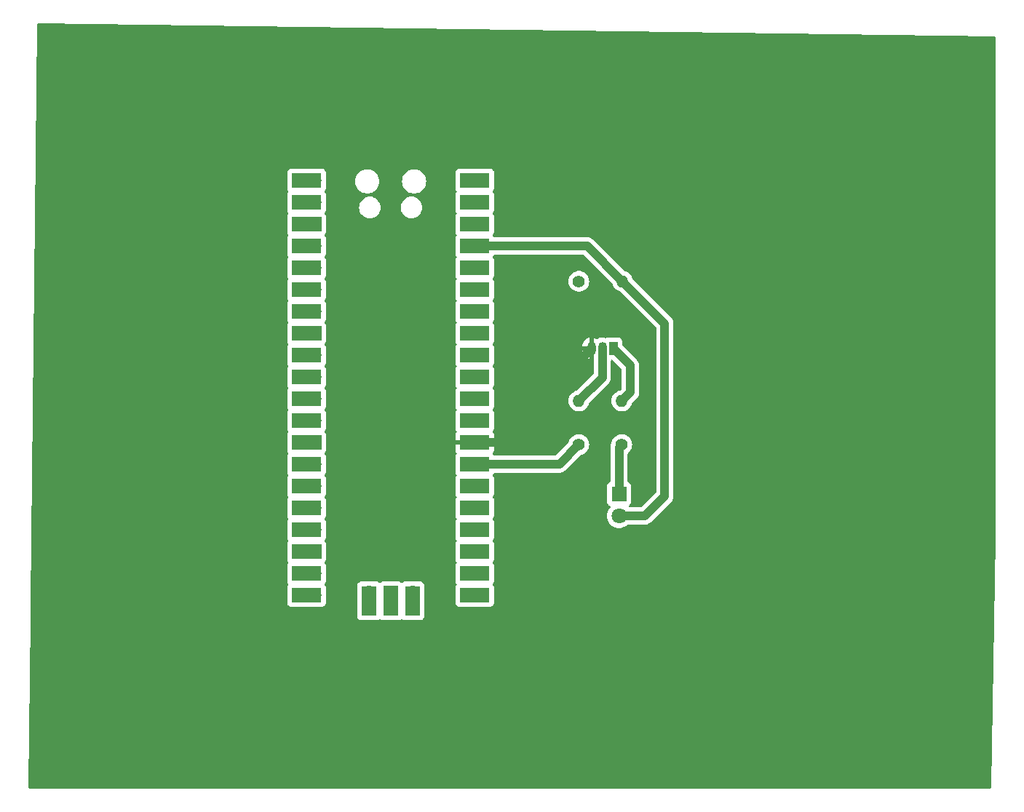
<source format=gbr>
%TF.GenerationSoftware,KiCad,Pcbnew,8.0.0*%
%TF.CreationDate,2024-03-28T10:41:24-03:00*%
%TF.ProjectId,ponderada_sem6_kicad,706f6e64-6572-4616-9461-5f73656d365f,rev?*%
%TF.SameCoordinates,Original*%
%TF.FileFunction,Copper,L1,Top*%
%TF.FilePolarity,Positive*%
%FSLAX46Y46*%
G04 Gerber Fmt 4.6, Leading zero omitted, Abs format (unit mm)*
G04 Created by KiCad (PCBNEW 8.0.0) date 2024-03-28 10:41:24*
%MOMM*%
%LPD*%
G01*
G04 APERTURE LIST*
%TA.AperFunction,ComponentPad*%
%ADD10O,1.700000X1.700000*%
%TD*%
%TA.AperFunction,SMDPad,CuDef*%
%ADD11R,3.500000X1.700000*%
%TD*%
%TA.AperFunction,ComponentPad*%
%ADD12R,1.700000X1.700000*%
%TD*%
%TA.AperFunction,SMDPad,CuDef*%
%ADD13R,1.700000X3.500000*%
%TD*%
%TA.AperFunction,ComponentPad*%
%ADD14O,1.400000X1.400000*%
%TD*%
%TA.AperFunction,ComponentPad*%
%ADD15C,1.400000*%
%TD*%
%TA.AperFunction,ComponentPad*%
%ADD16C,1.800000*%
%TD*%
%TA.AperFunction,ComponentPad*%
%ADD17R,1.800000X1.800000*%
%TD*%
%TA.AperFunction,ComponentPad*%
%ADD18O,1.050000X1.500000*%
%TD*%
%TA.AperFunction,ComponentPad*%
%ADD19R,1.050000X1.500000*%
%TD*%
%TA.AperFunction,Conductor*%
%ADD20C,1.000000*%
%TD*%
%TA.AperFunction,Conductor*%
%ADD21C,0.200000*%
%TD*%
G04 APERTURE END LIST*
D10*
%TO.P,U1,1,GPIO0*%
%TO.N,unconnected-(U1-GPIO0-Pad1)*%
X107220000Y-84240000D03*
D11*
X106320000Y-84240000D03*
D10*
%TO.P,U1,2,GPIO1*%
%TO.N,unconnected-(U1-GPIO1-Pad2)*%
X107220000Y-86780000D03*
D11*
X106320000Y-86780000D03*
%TO.P,U1,3,GND*%
%TO.N,unconnected-(U1-GND-Pad3)*%
X106320000Y-89320000D03*
D12*
X107220000Y-89320000D03*
D10*
%TO.P,U1,4,GPIO2*%
%TO.N,unconnected-(U1-GPIO2-Pad4)*%
X107220000Y-91860000D03*
D11*
X106320000Y-91860000D03*
D10*
%TO.P,U1,5,GPIO3*%
%TO.N,unconnected-(U1-GPIO3-Pad5)*%
X107220000Y-94400000D03*
D11*
X106320000Y-94400000D03*
D10*
%TO.P,U1,6,GPIO4*%
%TO.N,unconnected-(U1-GPIO4-Pad6)*%
X107220000Y-96940000D03*
D11*
X106320000Y-96940000D03*
%TO.P,U1,7,GPIO5*%
%TO.N,unconnected-(U1-GPIO5-Pad7)*%
X106320000Y-99480000D03*
D10*
X107220000Y-99480000D03*
D12*
%TO.P,U1,8,GND*%
%TO.N,unconnected-(U1-GND-Pad8)*%
X107220000Y-102020000D03*
D11*
X106320000Y-102020000D03*
%TO.P,U1,9,GPIO6*%
%TO.N,unconnected-(U1-GPIO6-Pad9)*%
X106320000Y-104560000D03*
D10*
X107220000Y-104560000D03*
%TO.P,U1,10,GPIO7*%
%TO.N,unconnected-(U1-GPIO7-Pad10)*%
X107220000Y-107100000D03*
D11*
X106320000Y-107100000D03*
%TO.P,U1,11,GPIO8*%
%TO.N,unconnected-(U1-GPIO8-Pad11)*%
X106320000Y-109640000D03*
D10*
X107220000Y-109640000D03*
%TO.P,U1,12,GPIO9*%
%TO.N,unconnected-(U1-GPIO9-Pad12)*%
X107220000Y-112180000D03*
D11*
X106320000Y-112180000D03*
D12*
%TO.P,U1,13,GND*%
%TO.N,unconnected-(U1-GND-Pad13)*%
X107220000Y-114720000D03*
D11*
X106320000Y-114720000D03*
%TO.P,U1,14,GPIO10*%
%TO.N,unconnected-(U1-GPIO10-Pad14)*%
X106320000Y-117260000D03*
D10*
X107220000Y-117260000D03*
%TO.P,U1,15,GPIO11*%
%TO.N,unconnected-(U1-GPIO11-Pad15)*%
X107220000Y-119800000D03*
D11*
X106320000Y-119800000D03*
%TO.P,U1,16,GPIO12*%
%TO.N,unconnected-(U1-GPIO12-Pad16)*%
X106320000Y-122340000D03*
D10*
X107220000Y-122340000D03*
D11*
%TO.P,U1,17,GPIO13*%
%TO.N,unconnected-(U1-GPIO13-Pad17)*%
X106320000Y-124880000D03*
D10*
X107220000Y-124880000D03*
D11*
%TO.P,U1,18,GND*%
%TO.N,unconnected-(U1-GND-Pad18)*%
X106320000Y-127420000D03*
D12*
X107220000Y-127420000D03*
D10*
%TO.P,U1,19,GPIO14*%
%TO.N,unconnected-(U1-GPIO14-Pad19)*%
X107220000Y-129960000D03*
D11*
X106320000Y-129960000D03*
%TO.P,U1,20,GPIO15*%
%TO.N,unconnected-(U1-GPIO15-Pad20)*%
X106320000Y-132500000D03*
D10*
X107220000Y-132500000D03*
D11*
%TO.P,U1,21,GPIO16*%
%TO.N,unconnected-(U1-GPIO16-Pad21)*%
X125900000Y-132500000D03*
D10*
X125000000Y-132500000D03*
D11*
%TO.P,U1,22,GPIO17*%
%TO.N,unconnected-(U1-GPIO17-Pad22)*%
X125900000Y-129960000D03*
D10*
X125000000Y-129960000D03*
D11*
%TO.P,U1,23,GND*%
%TO.N,unconnected-(U1-GND-Pad23)*%
X125900000Y-127420000D03*
D12*
X125000000Y-127420000D03*
D10*
%TO.P,U1,24,GPIO18*%
%TO.N,unconnected-(U1-GPIO18-Pad24)*%
X125000000Y-124880000D03*
D11*
X125900000Y-124880000D03*
%TO.P,U1,25,GPIO19*%
%TO.N,unconnected-(U1-GPIO19-Pad25)*%
X125900000Y-122340000D03*
D10*
X125000000Y-122340000D03*
D11*
%TO.P,U1,26,GPIO20*%
%TO.N,unconnected-(U1-GPIO20-Pad26)*%
X125900000Y-119800000D03*
D10*
X125000000Y-119800000D03*
%TO.P,U1,27,GPIO21*%
%TO.N,Net-(U1-GPIO21)*%
X125000000Y-117260000D03*
D11*
X125900000Y-117260000D03*
D12*
%TO.P,U1,28,GND*%
%TO.N,GND*%
X125000000Y-114720000D03*
D11*
X125900000Y-114720000D03*
D10*
%TO.P,U1,29,GPIO22*%
%TO.N,unconnected-(U1-GPIO22-Pad29)*%
X125000000Y-112180000D03*
D11*
X125900000Y-112180000D03*
%TO.P,U1,30,RUN*%
%TO.N,unconnected-(U1-RUN-Pad30)*%
X125900000Y-109640000D03*
D10*
X125000000Y-109640000D03*
%TO.P,U1,31,GPIO26_ADC0*%
%TO.N,unconnected-(U1-GPIO26_ADC0-Pad31)*%
X125000000Y-107100000D03*
D11*
X125900000Y-107100000D03*
D10*
%TO.P,U1,32,GPIO27_ADC1*%
%TO.N,unconnected-(U1-GPIO27_ADC1-Pad32)*%
X125000000Y-104560000D03*
D11*
X125900000Y-104560000D03*
%TO.P,U1,33,AGND*%
%TO.N,unconnected-(U1-AGND-Pad33)*%
X125900000Y-102020000D03*
D12*
X125000000Y-102020000D03*
D11*
%TO.P,U1,34,GPIO28_ADC2*%
%TO.N,unconnected-(U1-GPIO28_ADC2-Pad34)*%
X125900000Y-99480000D03*
D10*
X125000000Y-99480000D03*
D11*
%TO.P,U1,35,ADC_VREF*%
%TO.N,unconnected-(U1-ADC_VREF-Pad35)*%
X125900000Y-96940000D03*
D10*
X125000000Y-96940000D03*
%TO.P,U1,36,3V3*%
%TO.N,unconnected-(U1-3V3-Pad36)*%
X125000000Y-94400000D03*
D11*
X125900000Y-94400000D03*
%TO.P,U1,37,3V3_EN*%
%TO.N,3v3*%
X125900000Y-91860000D03*
D10*
X125000000Y-91860000D03*
D11*
%TO.P,U1,38,GND*%
%TO.N,unconnected-(U1-GND-Pad38)*%
X125900000Y-89320000D03*
D12*
X125000000Y-89320000D03*
D11*
%TO.P,U1,39,VSYS*%
%TO.N,VCC*%
X125900000Y-86780000D03*
D10*
X125000000Y-86780000D03*
%TO.P,U1,40,VBUS*%
%TO.N,unconnected-(U1-VBUS-Pad40)*%
X125000000Y-84240000D03*
D11*
X125900000Y-84240000D03*
D13*
%TO.P,U1,41,SWCLK*%
%TO.N,unconnected-(U1-SWCLK-Pad41)*%
X113570000Y-133170000D03*
D10*
X113570000Y-132270000D03*
D12*
%TO.P,U1,42,GND*%
%TO.N,unconnected-(U1-GND-Pad42)*%
X116110000Y-132270000D03*
D13*
X116110000Y-133170000D03*
D10*
%TO.P,U1,43,SWDIO*%
%TO.N,unconnected-(U1-SWDIO-Pad43)*%
X118650000Y-132270000D03*
D13*
X118650000Y-133170000D03*
%TD*%
D14*
%TO.P,R3,2*%
%TO.N,3v3*%
X143090000Y-96000000D03*
D15*
%TO.P,R3,1*%
%TO.N,Net-(Q1-E)*%
X138010000Y-96000000D03*
%TD*%
D14*
%TO.P,R2,2*%
%TO.N,Net-(Q1-C)*%
X143000000Y-109910000D03*
D15*
%TO.P,R2,1*%
%TO.N,Net-(D2-K)*%
X143000000Y-114990000D03*
%TD*%
D14*
%TO.P,R1,2*%
%TO.N,Net-(Q1-B)*%
X138000000Y-109910000D03*
D15*
%TO.P,R1,1*%
%TO.N,Net-(U1-GPIO21)*%
X138000000Y-114990000D03*
%TD*%
D16*
%TO.P,D2,2,A*%
%TO.N,3v3*%
X142675000Y-123290000D03*
D17*
%TO.P,D2,1,K*%
%TO.N,Net-(D2-K)*%
X142675000Y-120750000D03*
%TD*%
D18*
%TO.P,Q1,3,E*%
%TO.N,GND*%
X139460000Y-103780000D03*
%TO.P,Q1,2,B*%
%TO.N,Net-(Q1-B)*%
X140730000Y-103780000D03*
D19*
%TO.P,Q1,1,C*%
%TO.N,Net-(Q1-C)*%
X142000000Y-103780000D03*
%TD*%
D20*
%TO.N,Net-(Q1-C)*%
X144000000Y-108910000D02*
X143000000Y-109910000D01*
X144000000Y-105780000D02*
X144000000Y-108910000D01*
X142000000Y-103780000D02*
X144000000Y-105780000D01*
%TO.N,3v3*%
X148000000Y-121000000D02*
X148000000Y-100910000D01*
X145710000Y-123290000D02*
X148000000Y-121000000D01*
X142675000Y-123290000D02*
X145710000Y-123290000D01*
X148000000Y-100910000D02*
X143090000Y-96000000D01*
%TO.N,GND*%
X134500000Y-108740000D02*
X139460000Y-103780000D01*
X134500000Y-112000000D02*
X134500000Y-108740000D01*
X131780000Y-114720000D02*
X134500000Y-112000000D01*
X125000000Y-114720000D02*
X131780000Y-114720000D01*
%TO.N,3v3*%
X138950000Y-91860000D02*
X143090000Y-96000000D01*
X125000000Y-91860000D02*
X138950000Y-91860000D01*
%TO.N,Net-(U1-GPIO21)*%
X135730000Y-117260000D02*
X138000000Y-114990000D01*
X125000000Y-117260000D02*
X135730000Y-117260000D01*
D21*
%TO.N,Net-(D2-K)*%
X142675000Y-115315000D02*
X143000000Y-114990000D01*
D20*
X142675000Y-120750000D02*
X142675000Y-115315000D01*
%TO.N,Net-(Q1-B)*%
X140730000Y-107180000D02*
X138000000Y-109910000D01*
X140730000Y-103780000D02*
X140730000Y-107180000D01*
%TD*%
%TA.AperFunction,Conductor*%
%TO.N,VCC*%
G36*
X124524755Y-86583147D02*
G01*
X124490000Y-86712857D01*
X124490000Y-86847143D01*
X124524755Y-86976853D01*
X124555440Y-87030000D01*
X124279000Y-87030000D01*
X124211961Y-87010315D01*
X124166206Y-86957511D01*
X124155000Y-86906000D01*
X124155000Y-86844404D01*
X124155000Y-86844382D01*
X124154519Y-86822326D01*
X124154047Y-86811519D01*
X124152605Y-86789520D01*
X124152604Y-86789515D01*
X124152516Y-86788163D01*
X124152724Y-86788149D01*
X124152750Y-86771847D01*
X124152517Y-86771832D01*
X124154045Y-86748507D01*
X124154047Y-86748480D01*
X124154519Y-86737673D01*
X124155000Y-86715616D01*
X124155000Y-86654000D01*
X124174685Y-86586961D01*
X124227489Y-86541206D01*
X124279000Y-86530000D01*
X124555440Y-86530000D01*
X124524755Y-86583147D01*
G37*
%TD.AperFunction*%
%TA.AperFunction,Conductor*%
G36*
X126093039Y-86549685D02*
G01*
X126138794Y-86602489D01*
X126150000Y-86654000D01*
X126150000Y-86906000D01*
X126130315Y-86973039D01*
X126077511Y-87018794D01*
X126026000Y-87030000D01*
X125444560Y-87030000D01*
X125475245Y-86976853D01*
X125510000Y-86847143D01*
X125510000Y-86712857D01*
X125475245Y-86583147D01*
X125444560Y-86530000D01*
X126026000Y-86530000D01*
X126093039Y-86549685D01*
G37*
%TD.AperFunction*%
%TD*%
%TA.AperFunction,Conductor*%
%TO.N,GND*%
G36*
X186377668Y-67498354D02*
G01*
X186444437Y-67518939D01*
X186489477Y-67572353D01*
X186500000Y-67622343D01*
X186500000Y-125998906D01*
X186499982Y-126001044D01*
X186002101Y-154878138D01*
X185981263Y-154944828D01*
X185927678Y-154989666D01*
X185878119Y-155000000D01*
X74125401Y-155000000D01*
X74058362Y-154980315D01*
X74012607Y-154927511D01*
X74001409Y-154874607D01*
X74220631Y-135363797D01*
X74242720Y-133397870D01*
X104069500Y-133397870D01*
X104069501Y-133397876D01*
X104075908Y-133457483D01*
X104126202Y-133592328D01*
X104126206Y-133592335D01*
X104212452Y-133707544D01*
X104212455Y-133707547D01*
X104327664Y-133793793D01*
X104327671Y-133793797D01*
X104462517Y-133844091D01*
X104462516Y-133844091D01*
X104469444Y-133844835D01*
X104522127Y-133850500D01*
X107155611Y-133850499D01*
X107166419Y-133850971D01*
X107219999Y-133855659D01*
X107220000Y-133855659D01*
X107220001Y-133855659D01*
X107273580Y-133850971D01*
X107284388Y-133850499D01*
X108117871Y-133850499D01*
X108117872Y-133850499D01*
X108177483Y-133844091D01*
X108312331Y-133793796D01*
X108427546Y-133707546D01*
X108513796Y-133592331D01*
X108564091Y-133457483D01*
X108570500Y-133397873D01*
X108570499Y-132564383D01*
X108570971Y-132553576D01*
X108575659Y-132500000D01*
X108575659Y-132499999D01*
X108570971Y-132446421D01*
X108570499Y-132435613D01*
X108570499Y-132270001D01*
X112214341Y-132270001D01*
X112219028Y-132323574D01*
X112219500Y-132334381D01*
X112219500Y-134967870D01*
X112219501Y-134967876D01*
X112225908Y-135027483D01*
X112276202Y-135162328D01*
X112276206Y-135162335D01*
X112362452Y-135277544D01*
X112362455Y-135277547D01*
X112477664Y-135363793D01*
X112477671Y-135363797D01*
X112612517Y-135414091D01*
X112612516Y-135414091D01*
X112619444Y-135414835D01*
X112672127Y-135420500D01*
X114467872Y-135420499D01*
X114527483Y-135414091D01*
X114662331Y-135363796D01*
X114765690Y-135286421D01*
X114831152Y-135262004D01*
X114899425Y-135276855D01*
X114914303Y-135286416D01*
X115017665Y-135363793D01*
X115017668Y-135363795D01*
X115017671Y-135363797D01*
X115152517Y-135414091D01*
X115152516Y-135414091D01*
X115159444Y-135414835D01*
X115212127Y-135420500D01*
X117007872Y-135420499D01*
X117067483Y-135414091D01*
X117202331Y-135363796D01*
X117305690Y-135286421D01*
X117371152Y-135262004D01*
X117439425Y-135276855D01*
X117454303Y-135286416D01*
X117557665Y-135363793D01*
X117557668Y-135363795D01*
X117557671Y-135363797D01*
X117692517Y-135414091D01*
X117692516Y-135414091D01*
X117699444Y-135414835D01*
X117752127Y-135420500D01*
X119547872Y-135420499D01*
X119607483Y-135414091D01*
X119742331Y-135363796D01*
X119857546Y-135277546D01*
X119943796Y-135162331D01*
X119994091Y-135027483D01*
X120000500Y-134967873D01*
X120000499Y-132500002D01*
X123644341Y-132500002D01*
X123649028Y-132553576D01*
X123649500Y-132564383D01*
X123649500Y-133397870D01*
X123649501Y-133397876D01*
X123655908Y-133457483D01*
X123706202Y-133592328D01*
X123706206Y-133592335D01*
X123792452Y-133707544D01*
X123792455Y-133707547D01*
X123907664Y-133793793D01*
X123907671Y-133793797D01*
X124042517Y-133844091D01*
X124042516Y-133844091D01*
X124049444Y-133844835D01*
X124102127Y-133850500D01*
X124935616Y-133850499D01*
X124946425Y-133850971D01*
X125000000Y-133855659D01*
X125053575Y-133850971D01*
X125064384Y-133850499D01*
X127697871Y-133850499D01*
X127697872Y-133850499D01*
X127757483Y-133844091D01*
X127892331Y-133793796D01*
X128007546Y-133707546D01*
X128093796Y-133592331D01*
X128144091Y-133457483D01*
X128150500Y-133397873D01*
X128150499Y-131602128D01*
X128144091Y-131542517D01*
X128093796Y-131407669D01*
X128016421Y-131304309D01*
X127992004Y-131238848D01*
X128006855Y-131170575D01*
X128016416Y-131155696D01*
X128093796Y-131052331D01*
X128144091Y-130917483D01*
X128150500Y-130857873D01*
X128150499Y-129062128D01*
X128144091Y-129002517D01*
X128093796Y-128867669D01*
X128016421Y-128764309D01*
X127992004Y-128698848D01*
X128006855Y-128630575D01*
X128016416Y-128615696D01*
X128093796Y-128512331D01*
X128144091Y-128377483D01*
X128150500Y-128317873D01*
X128150499Y-126522128D01*
X128144091Y-126462517D01*
X128093796Y-126327669D01*
X128016421Y-126224309D01*
X127992004Y-126158848D01*
X128006855Y-126090575D01*
X128016416Y-126075696D01*
X128093796Y-125972331D01*
X128144091Y-125837483D01*
X128150500Y-125777873D01*
X128150499Y-123982128D01*
X128144091Y-123922517D01*
X128093796Y-123787669D01*
X128016421Y-123684309D01*
X127992004Y-123618848D01*
X128006855Y-123550575D01*
X128016416Y-123535696D01*
X128093796Y-123432331D01*
X128144091Y-123297483D01*
X128150500Y-123237873D01*
X128150499Y-121442128D01*
X128144091Y-121382517D01*
X128110266Y-121291828D01*
X128093797Y-121247671D01*
X128093795Y-121247668D01*
X128016421Y-121144309D01*
X127992004Y-121078848D01*
X128006855Y-121010575D01*
X128016416Y-120995696D01*
X128093796Y-120892331D01*
X128144091Y-120757483D01*
X128150500Y-120697873D01*
X128150499Y-118902128D01*
X128144091Y-118842517D01*
X128093796Y-118707669D01*
X128016421Y-118604309D01*
X127992004Y-118538848D01*
X128006855Y-118470575D01*
X128016416Y-118455696D01*
X128093796Y-118352331D01*
X128097960Y-118341165D01*
X128139829Y-118285234D01*
X128205293Y-118260816D01*
X128214141Y-118260500D01*
X135828543Y-118260500D01*
X135925175Y-118241278D01*
X135973493Y-118231667D01*
X136021836Y-118222051D01*
X136075165Y-118199961D01*
X136203914Y-118146632D01*
X136367782Y-118037139D01*
X136507139Y-117897782D01*
X136507140Y-117897779D01*
X136514206Y-117890714D01*
X136514209Y-117890710D01*
X138210990Y-116193928D01*
X138272311Y-116160445D01*
X138275838Y-116159731D01*
X138329940Y-116149618D01*
X138537401Y-116069247D01*
X138726562Y-115952124D01*
X138879907Y-115812331D01*
X138890979Y-115802238D01*
X138985190Y-115677483D01*
X139025058Y-115624689D01*
X139028451Y-115617876D01*
X139124224Y-115425538D01*
X139124223Y-115425538D01*
X139124229Y-115425528D01*
X139185115Y-115211536D01*
X139205643Y-114990000D01*
X139191843Y-114841077D01*
X139185115Y-114768464D01*
X139185114Y-114768462D01*
X139173013Y-114725932D01*
X139124229Y-114554472D01*
X139082167Y-114470000D01*
X139025061Y-114355316D01*
X139025056Y-114355308D01*
X138890979Y-114177761D01*
X138726562Y-114027876D01*
X138726560Y-114027874D01*
X138537404Y-113910754D01*
X138537398Y-113910752D01*
X138329940Y-113830382D01*
X138111243Y-113789500D01*
X137888757Y-113789500D01*
X137670060Y-113830382D01*
X137538864Y-113881207D01*
X137462601Y-113910752D01*
X137462595Y-113910754D01*
X137273439Y-114027874D01*
X137273437Y-114027876D01*
X137109020Y-114177761D01*
X136974943Y-114355308D01*
X136974936Y-114355320D01*
X136875775Y-114554462D01*
X136875768Y-114554480D01*
X136826985Y-114725932D01*
X136795400Y-114779678D01*
X135351899Y-116223181D01*
X135290576Y-116256666D01*
X135264218Y-116259500D01*
X128214141Y-116259500D01*
X128147102Y-116239815D01*
X128101347Y-116187011D01*
X128097969Y-116178859D01*
X128093796Y-116167669D01*
X128016109Y-116063893D01*
X127991692Y-115998430D01*
X128006543Y-115930157D01*
X128016110Y-115915271D01*
X128093352Y-115812089D01*
X128093354Y-115812086D01*
X128143596Y-115677379D01*
X128143598Y-115677372D01*
X128149999Y-115617844D01*
X128150000Y-115617827D01*
X128150000Y-114970000D01*
X125444560Y-114970000D01*
X125475245Y-114916853D01*
X125510000Y-114787143D01*
X125510000Y-114652857D01*
X125475245Y-114523147D01*
X125444560Y-114470000D01*
X128150000Y-114470000D01*
X128150000Y-113822172D01*
X128149999Y-113822155D01*
X128143598Y-113762627D01*
X128143596Y-113762620D01*
X128093354Y-113627913D01*
X128093352Y-113627910D01*
X128016110Y-113524729D01*
X127991692Y-113459265D01*
X128006543Y-113390992D01*
X128016105Y-113376111D01*
X128093796Y-113272331D01*
X128144091Y-113137483D01*
X128150500Y-113077873D01*
X128150499Y-111282128D01*
X128144091Y-111222517D01*
X128102311Y-111110500D01*
X128093797Y-111087671D01*
X128093795Y-111087668D01*
X128080282Y-111069617D01*
X128016421Y-110984309D01*
X127992004Y-110918848D01*
X128006855Y-110850575D01*
X128016416Y-110835696D01*
X128093796Y-110732331D01*
X128144091Y-110597483D01*
X128150500Y-110537873D01*
X128150500Y-109910000D01*
X136794357Y-109910000D01*
X136814884Y-110131535D01*
X136814885Y-110131537D01*
X136875769Y-110345523D01*
X136875775Y-110345538D01*
X136974938Y-110544683D01*
X136974943Y-110544691D01*
X137109020Y-110722238D01*
X137273437Y-110872123D01*
X137273439Y-110872125D01*
X137462595Y-110989245D01*
X137462596Y-110989245D01*
X137462599Y-110989247D01*
X137670060Y-111069618D01*
X137888757Y-111110500D01*
X137888759Y-111110500D01*
X138111241Y-111110500D01*
X138111243Y-111110500D01*
X138329940Y-111069618D01*
X138537401Y-110989247D01*
X138726562Y-110872124D01*
X138879907Y-110732331D01*
X138890979Y-110722238D01*
X138985190Y-110597483D01*
X139025058Y-110544689D01*
X139028451Y-110537876D01*
X139124228Y-110345530D01*
X139124230Y-110345523D01*
X139173013Y-110174064D01*
X139204596Y-110120322D01*
X141367778Y-107957141D01*
X141367782Y-107957139D01*
X141507139Y-107817782D01*
X141616632Y-107653914D01*
X141692051Y-107471835D01*
X141730500Y-107278541D01*
X141730500Y-105224782D01*
X141750185Y-105157743D01*
X141802989Y-105111988D01*
X141872147Y-105102044D01*
X141935703Y-105131069D01*
X141942181Y-105137101D01*
X142963181Y-106158101D01*
X142996666Y-106219424D01*
X142999500Y-106245782D01*
X142999500Y-108444216D01*
X142979815Y-108511255D01*
X142963181Y-108531897D01*
X142789008Y-108706069D01*
X142727685Y-108739554D01*
X142724115Y-108740276D01*
X142670067Y-108750380D01*
X142670060Y-108750382D01*
X142462601Y-108830751D01*
X142462595Y-108830754D01*
X142273439Y-108947874D01*
X142273437Y-108947876D01*
X142109020Y-109097761D01*
X141974943Y-109275308D01*
X141974938Y-109275316D01*
X141875775Y-109474461D01*
X141875769Y-109474476D01*
X141814885Y-109688462D01*
X141814884Y-109688464D01*
X141794357Y-109909999D01*
X141794357Y-109910000D01*
X141814884Y-110131535D01*
X141814885Y-110131537D01*
X141875769Y-110345523D01*
X141875775Y-110345538D01*
X141974938Y-110544683D01*
X141974943Y-110544691D01*
X142109020Y-110722238D01*
X142273437Y-110872123D01*
X142273439Y-110872125D01*
X142462595Y-110989245D01*
X142462596Y-110989245D01*
X142462599Y-110989247D01*
X142670060Y-111069618D01*
X142888757Y-111110500D01*
X142888759Y-111110500D01*
X143111241Y-111110500D01*
X143111243Y-111110500D01*
X143329940Y-111069618D01*
X143537401Y-110989247D01*
X143726562Y-110872124D01*
X143879907Y-110732331D01*
X143890979Y-110722238D01*
X143985190Y-110597483D01*
X144025058Y-110544689D01*
X144028451Y-110537876D01*
X144124228Y-110345530D01*
X144124230Y-110345523D01*
X144173013Y-110174067D01*
X144204598Y-110120322D01*
X144777137Y-109547784D01*
X144777137Y-109547783D01*
X144777140Y-109547781D01*
X144886632Y-109383914D01*
X144962052Y-109201835D01*
X145000501Y-109008540D01*
X145000501Y-108811459D01*
X145000501Y-108806349D01*
X145000500Y-108806323D01*
X145000500Y-105681456D01*
X144962052Y-105488170D01*
X144962051Y-105488169D01*
X144962051Y-105488165D01*
X144949503Y-105457872D01*
X144938539Y-105431401D01*
X144886632Y-105306086D01*
X144886631Y-105306085D01*
X144886628Y-105306079D01*
X144777139Y-105142218D01*
X144777136Y-105142214D01*
X144634686Y-104999764D01*
X144634655Y-104999735D01*
X143061818Y-103426898D01*
X143028333Y-103365575D01*
X143025499Y-103339217D01*
X143025499Y-102982129D01*
X143025498Y-102982123D01*
X143024999Y-102977483D01*
X143019091Y-102922517D01*
X143011289Y-102901600D01*
X142968797Y-102787671D01*
X142968793Y-102787664D01*
X142882547Y-102672455D01*
X142882544Y-102672452D01*
X142767335Y-102586206D01*
X142767328Y-102586202D01*
X142632482Y-102535908D01*
X142632483Y-102535908D01*
X142572883Y-102529501D01*
X142572881Y-102529500D01*
X142572873Y-102529500D01*
X142572864Y-102529500D01*
X141427129Y-102529500D01*
X141427123Y-102529501D01*
X141367516Y-102535908D01*
X141232672Y-102586202D01*
X141232665Y-102586206D01*
X141231556Y-102587037D01*
X141230258Y-102587520D01*
X141224887Y-102590454D01*
X141224465Y-102589681D01*
X141166090Y-102611449D01*
X141109800Y-102602325D01*
X141029127Y-102568909D01*
X141029119Y-102568907D01*
X140831007Y-102529500D01*
X140831003Y-102529500D01*
X140628997Y-102529500D01*
X140628992Y-102529500D01*
X140430880Y-102568907D01*
X140430872Y-102568909D01*
X140244243Y-102646214D01*
X140163439Y-102700204D01*
X140096761Y-102721081D01*
X140029382Y-102702595D01*
X140025659Y-102700203D01*
X139945526Y-102646659D01*
X139945513Y-102646652D01*
X139758984Y-102569390D01*
X139758977Y-102569388D01*
X139710000Y-102559645D01*
X139710000Y-103414134D01*
X139707617Y-103438326D01*
X139704500Y-103453995D01*
X139704500Y-103494170D01*
X139690255Y-103479925D01*
X139604745Y-103430556D01*
X139509370Y-103405000D01*
X139410630Y-103405000D01*
X139315255Y-103430556D01*
X139229745Y-103479925D01*
X139210000Y-103499670D01*
X139210000Y-102559646D01*
X139209999Y-102559645D01*
X139161022Y-102569388D01*
X139161015Y-102569390D01*
X138974486Y-102646652D01*
X138974473Y-102646659D01*
X138806600Y-102758829D01*
X138806596Y-102758832D01*
X138663832Y-102901596D01*
X138663829Y-102901600D01*
X138551659Y-103069473D01*
X138551652Y-103069486D01*
X138474390Y-103256016D01*
X138474387Y-103256025D01*
X138435000Y-103454041D01*
X138435000Y-103530000D01*
X139179670Y-103530000D01*
X139159925Y-103549745D01*
X139110556Y-103635255D01*
X139085000Y-103730630D01*
X139085000Y-103829370D01*
X139110556Y-103924745D01*
X139159925Y-104010255D01*
X139179670Y-104030000D01*
X138435000Y-104030000D01*
X138435000Y-104105958D01*
X138474387Y-104303974D01*
X138474390Y-104303983D01*
X138551652Y-104490513D01*
X138551659Y-104490526D01*
X138663829Y-104658399D01*
X138663832Y-104658403D01*
X138806596Y-104801167D01*
X138806600Y-104801170D01*
X138974473Y-104913340D01*
X138974486Y-104913347D01*
X139161016Y-104990609D01*
X139161025Y-104990612D01*
X139210000Y-105000353D01*
X139210000Y-104060330D01*
X139229745Y-104080075D01*
X139315255Y-104129444D01*
X139410630Y-104155000D01*
X139509370Y-104155000D01*
X139604745Y-104129444D01*
X139690255Y-104080075D01*
X139704500Y-104065830D01*
X139704500Y-104106002D01*
X139707617Y-104121671D01*
X139710000Y-104145865D01*
X139710000Y-105017078D01*
X139723499Y-105036896D01*
X139729500Y-105075004D01*
X139729500Y-106714217D01*
X139709815Y-106781256D01*
X139693181Y-106801898D01*
X137789009Y-108706069D01*
X137727686Y-108739554D01*
X137724115Y-108740276D01*
X137670068Y-108750380D01*
X137670060Y-108750382D01*
X137462601Y-108830751D01*
X137462595Y-108830754D01*
X137273439Y-108947874D01*
X137273437Y-108947876D01*
X137109020Y-109097761D01*
X136974943Y-109275308D01*
X136974938Y-109275316D01*
X136875775Y-109474461D01*
X136875769Y-109474476D01*
X136814885Y-109688462D01*
X136814884Y-109688464D01*
X136794357Y-109909999D01*
X136794357Y-109910000D01*
X128150500Y-109910000D01*
X128150499Y-108742128D01*
X128144091Y-108682517D01*
X128093796Y-108547669D01*
X128016421Y-108444309D01*
X127992004Y-108378848D01*
X128006855Y-108310575D01*
X128016416Y-108295696D01*
X128093796Y-108192331D01*
X128144091Y-108057483D01*
X128150500Y-107997873D01*
X128150499Y-106202128D01*
X128144091Y-106142517D01*
X128093796Y-106007669D01*
X128016421Y-105904309D01*
X127992004Y-105838848D01*
X128006855Y-105770575D01*
X128016416Y-105755696D01*
X128093796Y-105652331D01*
X128144091Y-105517483D01*
X128150500Y-105457873D01*
X128150499Y-103662128D01*
X128144091Y-103602517D01*
X128124408Y-103549745D01*
X128093797Y-103467671D01*
X128093795Y-103467668D01*
X128083561Y-103453997D01*
X128016421Y-103364309D01*
X127992004Y-103298848D01*
X128006855Y-103230575D01*
X128016416Y-103215696D01*
X128093796Y-103112331D01*
X128144091Y-102977483D01*
X128150500Y-102917873D01*
X128150499Y-101122128D01*
X128144091Y-101062517D01*
X128126239Y-101014654D01*
X128093797Y-100927671D01*
X128093795Y-100927668D01*
X128016421Y-100824309D01*
X127992004Y-100758848D01*
X128006855Y-100690575D01*
X128016416Y-100675696D01*
X128093796Y-100572331D01*
X128144091Y-100437483D01*
X128150500Y-100377873D01*
X128150499Y-98582128D01*
X128144091Y-98522517D01*
X128093796Y-98387669D01*
X128016421Y-98284309D01*
X127992004Y-98218848D01*
X128006855Y-98150575D01*
X128016416Y-98135696D01*
X128093796Y-98032331D01*
X128144091Y-97897483D01*
X128150500Y-97837873D01*
X128150499Y-96042128D01*
X128145970Y-96000000D01*
X136804357Y-96000000D01*
X136824884Y-96221535D01*
X136824885Y-96221537D01*
X136885769Y-96435523D01*
X136885775Y-96435538D01*
X136984938Y-96634683D01*
X136984943Y-96634691D01*
X137119020Y-96812238D01*
X137283437Y-96962123D01*
X137283439Y-96962125D01*
X137472595Y-97079245D01*
X137472596Y-97079245D01*
X137472599Y-97079247D01*
X137680060Y-97159618D01*
X137898757Y-97200500D01*
X137898759Y-97200500D01*
X138121241Y-97200500D01*
X138121243Y-97200500D01*
X138339940Y-97159618D01*
X138547401Y-97079247D01*
X138736562Y-96962124D01*
X138900981Y-96812236D01*
X139035058Y-96634689D01*
X139134229Y-96435528D01*
X139195115Y-96221536D01*
X139215643Y-96000000D01*
X139195115Y-95778464D01*
X139134229Y-95564472D01*
X139098307Y-95492331D01*
X139035061Y-95365316D01*
X139035056Y-95365308D01*
X138900979Y-95187761D01*
X138736562Y-95037876D01*
X138736560Y-95037874D01*
X138547404Y-94920754D01*
X138547398Y-94920752D01*
X138339940Y-94840382D01*
X138121243Y-94799500D01*
X137898757Y-94799500D01*
X137680060Y-94840382D01*
X137548864Y-94891207D01*
X137472601Y-94920752D01*
X137472595Y-94920754D01*
X137283439Y-95037874D01*
X137283437Y-95037876D01*
X137119020Y-95187761D01*
X136984943Y-95365308D01*
X136984938Y-95365316D01*
X136885775Y-95564461D01*
X136885769Y-95564476D01*
X136824885Y-95778462D01*
X136824884Y-95778464D01*
X136804357Y-95999999D01*
X136804357Y-96000000D01*
X128145970Y-96000000D01*
X128144091Y-95982517D01*
X128093796Y-95847669D01*
X128016421Y-95744309D01*
X127992004Y-95678848D01*
X128006855Y-95610575D01*
X128016416Y-95595696D01*
X128093796Y-95492331D01*
X128144091Y-95357483D01*
X128150500Y-95297873D01*
X128150499Y-93502128D01*
X128144091Y-93442517D01*
X128093796Y-93307669D01*
X128016421Y-93204309D01*
X127992004Y-93138848D01*
X128006855Y-93070575D01*
X128016416Y-93055696D01*
X128093796Y-92952331D01*
X128097960Y-92941165D01*
X128139829Y-92885234D01*
X128205293Y-92860816D01*
X128214141Y-92860500D01*
X138484218Y-92860500D01*
X138551257Y-92880185D01*
X138571899Y-92896819D01*
X141885401Y-96210321D01*
X141916986Y-96264067D01*
X141965770Y-96435525D01*
X141965775Y-96435538D01*
X142064938Y-96634683D01*
X142064943Y-96634691D01*
X142199020Y-96812238D01*
X142363437Y-96962123D01*
X142363439Y-96962125D01*
X142552595Y-97079245D01*
X142552596Y-97079245D01*
X142552599Y-97079247D01*
X142760060Y-97159618D01*
X142814115Y-97169722D01*
X142876395Y-97201390D01*
X142879010Y-97203930D01*
X146963181Y-101288101D01*
X146996666Y-101349424D01*
X146999500Y-101375782D01*
X146999500Y-120534218D01*
X146979815Y-120601257D01*
X146963181Y-120621899D01*
X145331899Y-122253181D01*
X145270576Y-122286666D01*
X145244218Y-122289500D01*
X143928461Y-122289500D01*
X143861422Y-122269815D01*
X143815667Y-122217011D01*
X143805723Y-122147853D01*
X143834748Y-122084297D01*
X143854150Y-122066234D01*
X143900513Y-122031525D01*
X143932546Y-122007546D01*
X144018796Y-121892331D01*
X144069091Y-121757483D01*
X144075500Y-121697873D01*
X144075499Y-119802128D01*
X144069091Y-119742517D01*
X144068535Y-119741027D01*
X144018797Y-119607671D01*
X144018793Y-119607664D01*
X143932547Y-119492455D01*
X143932544Y-119492452D01*
X143817335Y-119406206D01*
X143817328Y-119406202D01*
X143756167Y-119383391D01*
X143700233Y-119341520D01*
X143675816Y-119276056D01*
X143675500Y-119267209D01*
X143675500Y-116052429D01*
X143695185Y-115985390D01*
X143722385Y-115956050D01*
X143722326Y-115955986D01*
X143723094Y-115955285D01*
X143724772Y-115953476D01*
X143726554Y-115952128D01*
X143726562Y-115952124D01*
X143879907Y-115812331D01*
X143890979Y-115802238D01*
X143985190Y-115677483D01*
X144025058Y-115624689D01*
X144028451Y-115617876D01*
X144124224Y-115425538D01*
X144124223Y-115425538D01*
X144124229Y-115425528D01*
X144185115Y-115211536D01*
X144205643Y-114990000D01*
X144191843Y-114841077D01*
X144185115Y-114768464D01*
X144185114Y-114768462D01*
X144173013Y-114725932D01*
X144124229Y-114554472D01*
X144082167Y-114470000D01*
X144025061Y-114355316D01*
X144025056Y-114355308D01*
X143890979Y-114177761D01*
X143726562Y-114027876D01*
X143726560Y-114027874D01*
X143537404Y-113910754D01*
X143537398Y-113910752D01*
X143329940Y-113830382D01*
X143111243Y-113789500D01*
X142888757Y-113789500D01*
X142670060Y-113830382D01*
X142538864Y-113881207D01*
X142462601Y-113910752D01*
X142462595Y-113910754D01*
X142273439Y-114027874D01*
X142273437Y-114027876D01*
X142109020Y-114177761D01*
X141974943Y-114355308D01*
X141974938Y-114355316D01*
X141875775Y-114554461D01*
X141875769Y-114554476D01*
X141814885Y-114768461D01*
X141814883Y-114768471D01*
X141814241Y-114775401D01*
X141793877Y-114832839D01*
X141788372Y-114841077D01*
X141788366Y-114841090D01*
X141712950Y-115023160D01*
X141712947Y-115023170D01*
X141674500Y-115216456D01*
X141674500Y-119267209D01*
X141654815Y-119334248D01*
X141602011Y-119380003D01*
X141593833Y-119383391D01*
X141532671Y-119406202D01*
X141532664Y-119406206D01*
X141417455Y-119492452D01*
X141417452Y-119492455D01*
X141331206Y-119607664D01*
X141331202Y-119607671D01*
X141280908Y-119742517D01*
X141274728Y-119800002D01*
X141274501Y-119802123D01*
X141274500Y-119802135D01*
X141274500Y-121697870D01*
X141274501Y-121697876D01*
X141280908Y-121757483D01*
X141331202Y-121892328D01*
X141331206Y-121892335D01*
X141417452Y-122007544D01*
X141417455Y-122007547D01*
X141532664Y-122093793D01*
X141532673Y-122093798D01*
X141612904Y-122123722D01*
X141668838Y-122165593D01*
X141693256Y-122231057D01*
X141678405Y-122299330D01*
X141660802Y-122323886D01*
X141566019Y-122426849D01*
X141439075Y-122621151D01*
X141345842Y-122833699D01*
X141288866Y-123058691D01*
X141288864Y-123058702D01*
X141269700Y-123289993D01*
X141269700Y-123290006D01*
X141288864Y-123521297D01*
X141288866Y-123521308D01*
X141345842Y-123746300D01*
X141439075Y-123958848D01*
X141566016Y-124153147D01*
X141566019Y-124153151D01*
X141566021Y-124153153D01*
X141723216Y-124323913D01*
X141723219Y-124323915D01*
X141723222Y-124323918D01*
X141906365Y-124466464D01*
X141906371Y-124466468D01*
X141906374Y-124466470D01*
X142110497Y-124576936D01*
X142224487Y-124616068D01*
X142330015Y-124652297D01*
X142330017Y-124652297D01*
X142330019Y-124652298D01*
X142558951Y-124690500D01*
X142558952Y-124690500D01*
X142791048Y-124690500D01*
X142791049Y-124690500D01*
X143019981Y-124652298D01*
X143239503Y-124576936D01*
X143443626Y-124466470D01*
X143626784Y-124323913D01*
X143626800Y-124323895D01*
X143627479Y-124323272D01*
X143627827Y-124323100D01*
X143630830Y-124320763D01*
X143631310Y-124321380D01*
X143690133Y-124292348D01*
X143711464Y-124290500D01*
X145808542Y-124290500D01*
X145827870Y-124286655D01*
X145905188Y-124271275D01*
X146001836Y-124252051D01*
X146055165Y-124229961D01*
X146183914Y-124176632D01*
X146347782Y-124067139D01*
X146487139Y-123927782D01*
X146487140Y-123927779D01*
X146494206Y-123920714D01*
X146494209Y-123920710D01*
X148637778Y-121777141D01*
X148637782Y-121777139D01*
X148777139Y-121637782D01*
X148886632Y-121473914D01*
X148962051Y-121291835D01*
X148962051Y-121291832D01*
X148962053Y-121291828D01*
X148975562Y-121223915D01*
X148987861Y-121162077D01*
X149000500Y-121098540D01*
X149000500Y-120901460D01*
X149000500Y-101014675D01*
X149000501Y-101014654D01*
X149000501Y-100811457D01*
X149000500Y-100811455D01*
X148962053Y-100618172D01*
X148962052Y-100618165D01*
X148886632Y-100436086D01*
X148886631Y-100436085D01*
X148886628Y-100436079D01*
X148777140Y-100272219D01*
X148777137Y-100272215D01*
X144294598Y-95789678D01*
X144263013Y-95735932D01*
X144214229Y-95564472D01*
X144178307Y-95492331D01*
X144115061Y-95365316D01*
X144115056Y-95365308D01*
X143980979Y-95187761D01*
X143816562Y-95037876D01*
X143816560Y-95037874D01*
X143627404Y-94920754D01*
X143627398Y-94920751D01*
X143485536Y-94865794D01*
X143419940Y-94840382D01*
X143419936Y-94840381D01*
X143419931Y-94840380D01*
X143365883Y-94830276D01*
X143303603Y-94798608D01*
X143300989Y-94796069D01*
X139731479Y-91226559D01*
X139731459Y-91226537D01*
X139587785Y-91082863D01*
X139587781Y-91082860D01*
X139423920Y-90973371D01*
X139423911Y-90973366D01*
X139351315Y-90943296D01*
X139295165Y-90920038D01*
X139241836Y-90897949D01*
X139241832Y-90897948D01*
X139241828Y-90897946D01*
X139145188Y-90878724D01*
X139048544Y-90859500D01*
X139048541Y-90859500D01*
X128214141Y-90859500D01*
X128147102Y-90839815D01*
X128101347Y-90787011D01*
X128097969Y-90778859D01*
X128093796Y-90767669D01*
X128016421Y-90664309D01*
X127992004Y-90598848D01*
X128006855Y-90530575D01*
X128016416Y-90515696D01*
X128093796Y-90412331D01*
X128144091Y-90277483D01*
X128150500Y-90217873D01*
X128150499Y-88422128D01*
X128144091Y-88362517D01*
X128143748Y-88361598D01*
X128093797Y-88227671D01*
X128093795Y-88227668D01*
X128078231Y-88206877D01*
X128016421Y-88124309D01*
X127992004Y-88058848D01*
X128006855Y-87990575D01*
X128016416Y-87975696D01*
X128093796Y-87872331D01*
X128144091Y-87737483D01*
X128150500Y-87677873D01*
X128150499Y-85882128D01*
X128144091Y-85822517D01*
X128093796Y-85687669D01*
X128016421Y-85584309D01*
X127992004Y-85518848D01*
X128006855Y-85450575D01*
X128016416Y-85435696D01*
X128093796Y-85332331D01*
X128144091Y-85197483D01*
X128150500Y-85137873D01*
X128150499Y-83342128D01*
X128144091Y-83282517D01*
X128110901Y-83193531D01*
X128093797Y-83147671D01*
X128093793Y-83147664D01*
X128007547Y-83032455D01*
X128007544Y-83032452D01*
X127892335Y-82946206D01*
X127892328Y-82946202D01*
X127757482Y-82895908D01*
X127757483Y-82895908D01*
X127697883Y-82889501D01*
X127697881Y-82889500D01*
X127697873Y-82889500D01*
X127697865Y-82889500D01*
X125064385Y-82889500D01*
X125053578Y-82889028D01*
X125000001Y-82884341D01*
X124999997Y-82884341D01*
X124946419Y-82889028D01*
X124935613Y-82889500D01*
X124102129Y-82889500D01*
X124102123Y-82889501D01*
X124042516Y-82895908D01*
X123907671Y-82946202D01*
X123907664Y-82946206D01*
X123792455Y-83032452D01*
X123792452Y-83032455D01*
X123706206Y-83147664D01*
X123706202Y-83147671D01*
X123655908Y-83282517D01*
X123650149Y-83336087D01*
X123649501Y-83342123D01*
X123649500Y-83342135D01*
X123649500Y-84175616D01*
X123649028Y-84186423D01*
X123644341Y-84239997D01*
X123644341Y-84240002D01*
X123649028Y-84293576D01*
X123649500Y-84304383D01*
X123649500Y-85137870D01*
X123649501Y-85137876D01*
X123655908Y-85197483D01*
X123706202Y-85332328D01*
X123706203Y-85332330D01*
X123783578Y-85435689D01*
X123807995Y-85501153D01*
X123793144Y-85569426D01*
X123783578Y-85584311D01*
X123706203Y-85687669D01*
X123706202Y-85687671D01*
X123655908Y-85822517D01*
X123649501Y-85882116D01*
X123649501Y-85882123D01*
X123649500Y-85882135D01*
X123649500Y-86715616D01*
X123649028Y-86726423D01*
X123644341Y-86779997D01*
X123644341Y-86780002D01*
X123649028Y-86833576D01*
X123649500Y-86844383D01*
X123649500Y-87677870D01*
X123649501Y-87677876D01*
X123655908Y-87737483D01*
X123706202Y-87872328D01*
X123706203Y-87872330D01*
X123783578Y-87975689D01*
X123807995Y-88041153D01*
X123793144Y-88109426D01*
X123783578Y-88124311D01*
X123706203Y-88227669D01*
X123706202Y-88227671D01*
X123655908Y-88362517D01*
X123649501Y-88422116D01*
X123649501Y-88422123D01*
X123649500Y-88422135D01*
X123649500Y-90217870D01*
X123649501Y-90217876D01*
X123655908Y-90277483D01*
X123706202Y-90412328D01*
X123706203Y-90412330D01*
X123783578Y-90515689D01*
X123807995Y-90581153D01*
X123793144Y-90649426D01*
X123783578Y-90664311D01*
X123706203Y-90767669D01*
X123706202Y-90767671D01*
X123655908Y-90902517D01*
X123649501Y-90962116D01*
X123649501Y-90962123D01*
X123649500Y-90962135D01*
X123649500Y-91795616D01*
X123649028Y-91806423D01*
X123644341Y-91859997D01*
X123644341Y-91860002D01*
X123649028Y-91913576D01*
X123649500Y-91924383D01*
X123649500Y-92757870D01*
X123649501Y-92757876D01*
X123655908Y-92817483D01*
X123706202Y-92952328D01*
X123706203Y-92952330D01*
X123783578Y-93055689D01*
X123807995Y-93121153D01*
X123793144Y-93189426D01*
X123783578Y-93204311D01*
X123706203Y-93307669D01*
X123706202Y-93307671D01*
X123655908Y-93442517D01*
X123649501Y-93502116D01*
X123649501Y-93502123D01*
X123649500Y-93502135D01*
X123649500Y-94335616D01*
X123649028Y-94346423D01*
X123644341Y-94399997D01*
X123644341Y-94400002D01*
X123649028Y-94453576D01*
X123649500Y-94464383D01*
X123649500Y-95297870D01*
X123649501Y-95297876D01*
X123655908Y-95357483D01*
X123706202Y-95492328D01*
X123706203Y-95492330D01*
X123783578Y-95595689D01*
X123807995Y-95661153D01*
X123793144Y-95729426D01*
X123783578Y-95744311D01*
X123706203Y-95847669D01*
X123706202Y-95847671D01*
X123655908Y-95982517D01*
X123654029Y-95999999D01*
X123649501Y-96042123D01*
X123649500Y-96042135D01*
X123649500Y-96875616D01*
X123649028Y-96886423D01*
X123644341Y-96939997D01*
X123644341Y-96940002D01*
X123649028Y-96993576D01*
X123649500Y-97004383D01*
X123649500Y-97837870D01*
X123649501Y-97837876D01*
X123655908Y-97897483D01*
X123706202Y-98032328D01*
X123706203Y-98032330D01*
X123783578Y-98135689D01*
X123807995Y-98201153D01*
X123793144Y-98269426D01*
X123783578Y-98284311D01*
X123706203Y-98387669D01*
X123706202Y-98387671D01*
X123655908Y-98522517D01*
X123649501Y-98582116D01*
X123649501Y-98582123D01*
X123649500Y-98582135D01*
X123649500Y-99415616D01*
X123649028Y-99426423D01*
X123644341Y-99479997D01*
X123644341Y-99480002D01*
X123649028Y-99533576D01*
X123649500Y-99544383D01*
X123649500Y-100377870D01*
X123649501Y-100377876D01*
X123655908Y-100437483D01*
X123706202Y-100572328D01*
X123706203Y-100572330D01*
X123783578Y-100675689D01*
X123807995Y-100741153D01*
X123793144Y-100809426D01*
X123783578Y-100824311D01*
X123706203Y-100927669D01*
X123706202Y-100927671D01*
X123655908Y-101062517D01*
X123649501Y-101122116D01*
X123649501Y-101122123D01*
X123649500Y-101122135D01*
X123649500Y-102917870D01*
X123649501Y-102917876D01*
X123655908Y-102977483D01*
X123706202Y-103112328D01*
X123706203Y-103112330D01*
X123783578Y-103215689D01*
X123807995Y-103281153D01*
X123793144Y-103349426D01*
X123783578Y-103364311D01*
X123706203Y-103467669D01*
X123706202Y-103467671D01*
X123655908Y-103602517D01*
X123652389Y-103635255D01*
X123649501Y-103662123D01*
X123649500Y-103662135D01*
X123649500Y-104495616D01*
X123649028Y-104506423D01*
X123644341Y-104559997D01*
X123644341Y-104560002D01*
X123649028Y-104613576D01*
X123649500Y-104624383D01*
X123649501Y-105457869D01*
X123655908Y-105517483D01*
X123706202Y-105652328D01*
X123706203Y-105652330D01*
X123783578Y-105755689D01*
X123807995Y-105821153D01*
X123793144Y-105889426D01*
X123783578Y-105904311D01*
X123706203Y-106007669D01*
X123706202Y-106007671D01*
X123655908Y-106142517D01*
X123649501Y-106202116D01*
X123649501Y-106202123D01*
X123649500Y-106202135D01*
X123649500Y-107035616D01*
X123649028Y-107046423D01*
X123644341Y-107099997D01*
X123644341Y-107100002D01*
X123649028Y-107153576D01*
X123649500Y-107164383D01*
X123649500Y-107997870D01*
X123649501Y-107997876D01*
X123655908Y-108057483D01*
X123706202Y-108192328D01*
X123706203Y-108192330D01*
X123783578Y-108295689D01*
X123807995Y-108361153D01*
X123793144Y-108429426D01*
X123783578Y-108444311D01*
X123706203Y-108547669D01*
X123706202Y-108547671D01*
X123655908Y-108682517D01*
X123649699Y-108740276D01*
X123649501Y-108742123D01*
X123649500Y-108742135D01*
X123649500Y-109575616D01*
X123649028Y-109586423D01*
X123644341Y-109639997D01*
X123644341Y-109640002D01*
X123649028Y-109693576D01*
X123649500Y-109704383D01*
X123649500Y-110537870D01*
X123649501Y-110537876D01*
X123655908Y-110597483D01*
X123706202Y-110732328D01*
X123706203Y-110732330D01*
X123783578Y-110835689D01*
X123807995Y-110901153D01*
X123793144Y-110969426D01*
X123783578Y-110984311D01*
X123706203Y-111087669D01*
X123706202Y-111087671D01*
X123655908Y-111222517D01*
X123649501Y-111282116D01*
X123649501Y-111282123D01*
X123649500Y-111282135D01*
X123649500Y-112115616D01*
X123649028Y-112126423D01*
X123644341Y-112179997D01*
X123644341Y-112180002D01*
X123649028Y-112233576D01*
X123649500Y-112244383D01*
X123649500Y-113077870D01*
X123649501Y-113077876D01*
X123655908Y-113137483D01*
X123706202Y-113272328D01*
X123706206Y-113272335D01*
X123783889Y-113376105D01*
X123808307Y-113441569D01*
X123793456Y-113509842D01*
X123783890Y-113524727D01*
X123706647Y-113627910D01*
X123706645Y-113627913D01*
X123656403Y-113762620D01*
X123656401Y-113762627D01*
X123650000Y-113822155D01*
X123650000Y-114470000D01*
X124555440Y-114470000D01*
X124524755Y-114523147D01*
X124490000Y-114652857D01*
X124490000Y-114787143D01*
X124524755Y-114916853D01*
X124555440Y-114970000D01*
X123650000Y-114970000D01*
X123650000Y-115617844D01*
X123656401Y-115677372D01*
X123656403Y-115677379D01*
X123706645Y-115812086D01*
X123706646Y-115812088D01*
X123783890Y-115915272D01*
X123808307Y-115980736D01*
X123793456Y-116049009D01*
X123783890Y-116063894D01*
X123706204Y-116167669D01*
X123706202Y-116167671D01*
X123655908Y-116302517D01*
X123649501Y-116362116D01*
X123649501Y-116362123D01*
X123649500Y-116362135D01*
X123649500Y-117195616D01*
X123649028Y-117206423D01*
X123644341Y-117259997D01*
X123644341Y-117260002D01*
X123649028Y-117313576D01*
X123649500Y-117324383D01*
X123649500Y-118157870D01*
X123649501Y-118157876D01*
X123655908Y-118217483D01*
X123706202Y-118352328D01*
X123706203Y-118352330D01*
X123783578Y-118455689D01*
X123807995Y-118521153D01*
X123793144Y-118589426D01*
X123783578Y-118604311D01*
X123706203Y-118707669D01*
X123706202Y-118707671D01*
X123655908Y-118842517D01*
X123649501Y-118902116D01*
X123649501Y-118902123D01*
X123649500Y-118902135D01*
X123649500Y-119735616D01*
X123649028Y-119746423D01*
X123644341Y-119799997D01*
X123644341Y-119800002D01*
X123649028Y-119853576D01*
X123649500Y-119864383D01*
X123649500Y-120697870D01*
X123649501Y-120697876D01*
X123655908Y-120757483D01*
X123706202Y-120892328D01*
X123706203Y-120892330D01*
X123783578Y-120995689D01*
X123807995Y-121061153D01*
X123793144Y-121129426D01*
X123783578Y-121144311D01*
X123706203Y-121247669D01*
X123706202Y-121247671D01*
X123655908Y-121382517D01*
X123649501Y-121442116D01*
X123649501Y-121442123D01*
X123649500Y-121442135D01*
X123649500Y-122275616D01*
X123649028Y-122286423D01*
X123644341Y-122339997D01*
X123644341Y-122340002D01*
X123649028Y-122393576D01*
X123649500Y-122404383D01*
X123649500Y-123237870D01*
X123649501Y-123237876D01*
X123655908Y-123297483D01*
X123706202Y-123432328D01*
X123706203Y-123432330D01*
X123783578Y-123535689D01*
X123807995Y-123601153D01*
X123793144Y-123669426D01*
X123783578Y-123684311D01*
X123706203Y-123787669D01*
X123706202Y-123787671D01*
X123655908Y-123922517D01*
X123649501Y-123982116D01*
X123649501Y-123982123D01*
X123649500Y-123982135D01*
X123649500Y-124815616D01*
X123649028Y-124826423D01*
X123644341Y-124879997D01*
X123644341Y-124880002D01*
X123649028Y-124933576D01*
X123649500Y-124944383D01*
X123649500Y-125777870D01*
X123649501Y-125777876D01*
X123655908Y-125837483D01*
X123706202Y-125972328D01*
X123706203Y-125972330D01*
X123783578Y-126075689D01*
X123807995Y-126141153D01*
X123793144Y-126209426D01*
X123783578Y-126224311D01*
X123706203Y-126327669D01*
X123706202Y-126327671D01*
X123655908Y-126462517D01*
X123649501Y-126522116D01*
X123649501Y-126522123D01*
X123649500Y-126522135D01*
X123649500Y-128317870D01*
X123649501Y-128317876D01*
X123655908Y-128377483D01*
X123706202Y-128512328D01*
X123706203Y-128512330D01*
X123783578Y-128615689D01*
X123807995Y-128681153D01*
X123793144Y-128749426D01*
X123783578Y-128764311D01*
X123706203Y-128867669D01*
X123706202Y-128867671D01*
X123655908Y-129002517D01*
X123649501Y-129062116D01*
X123649501Y-129062123D01*
X123649500Y-129062135D01*
X123649500Y-129895616D01*
X123649028Y-129906423D01*
X123644341Y-129959997D01*
X123644341Y-129960002D01*
X123649028Y-130013576D01*
X123649500Y-130024383D01*
X123649500Y-130857870D01*
X123649501Y-130857876D01*
X123655908Y-130917483D01*
X123706202Y-131052328D01*
X123706203Y-131052330D01*
X123783578Y-131155689D01*
X123807995Y-131221153D01*
X123793144Y-131289426D01*
X123783578Y-131304311D01*
X123706203Y-131407669D01*
X123706202Y-131407671D01*
X123655908Y-131542517D01*
X123649501Y-131602116D01*
X123649501Y-131602123D01*
X123649500Y-131602135D01*
X123649500Y-132435616D01*
X123649028Y-132446423D01*
X123644341Y-132499997D01*
X123644341Y-132500002D01*
X120000499Y-132500002D01*
X120000499Y-132334381D01*
X120000971Y-132323578D01*
X120005659Y-132270000D01*
X120005659Y-132269999D01*
X120000971Y-132216418D01*
X120000499Y-132205610D01*
X120000499Y-131372129D01*
X120000498Y-131372123D01*
X120000497Y-131372116D01*
X119994091Y-131312517D01*
X119991030Y-131304311D01*
X119943797Y-131177671D01*
X119943793Y-131177664D01*
X119857547Y-131062455D01*
X119857544Y-131062452D01*
X119742335Y-130976206D01*
X119742328Y-130976202D01*
X119607482Y-130925908D01*
X119607483Y-130925908D01*
X119547883Y-130919501D01*
X119547881Y-130919500D01*
X119547873Y-130919500D01*
X119547865Y-130919500D01*
X118714383Y-130919500D01*
X118703576Y-130919028D01*
X118650002Y-130914341D01*
X118649999Y-130914341D01*
X118614865Y-130917414D01*
X118596421Y-130919028D01*
X118585616Y-130919500D01*
X117752129Y-130919500D01*
X117752123Y-130919501D01*
X117692516Y-130925908D01*
X117557671Y-130976202D01*
X117557669Y-130976203D01*
X117454311Y-131053578D01*
X117388847Y-131077995D01*
X117320574Y-131063144D01*
X117305689Y-131053578D01*
X117202330Y-130976203D01*
X117202328Y-130976202D01*
X117067482Y-130925908D01*
X117067483Y-130925908D01*
X117007883Y-130919501D01*
X117007881Y-130919500D01*
X117007873Y-130919500D01*
X117007864Y-130919500D01*
X115212129Y-130919500D01*
X115212123Y-130919501D01*
X115152516Y-130925908D01*
X115017671Y-130976202D01*
X115017669Y-130976203D01*
X114914311Y-131053578D01*
X114848847Y-131077995D01*
X114780574Y-131063144D01*
X114765689Y-131053578D01*
X114662330Y-130976203D01*
X114662328Y-130976202D01*
X114527482Y-130925908D01*
X114527483Y-130925908D01*
X114467883Y-130919501D01*
X114467881Y-130919500D01*
X114467873Y-130919500D01*
X114467865Y-130919500D01*
X113634383Y-130919500D01*
X113623576Y-130919028D01*
X113570002Y-130914341D01*
X113569999Y-130914341D01*
X113534865Y-130917414D01*
X113516421Y-130919028D01*
X113505616Y-130919500D01*
X112672129Y-130919500D01*
X112672123Y-130919501D01*
X112612516Y-130925908D01*
X112477671Y-130976202D01*
X112477664Y-130976206D01*
X112362455Y-131062452D01*
X112362452Y-131062455D01*
X112276206Y-131177664D01*
X112276202Y-131177671D01*
X112225908Y-131312517D01*
X112219501Y-131372116D01*
X112219501Y-131372123D01*
X112219500Y-131372135D01*
X112219500Y-132205618D01*
X112219028Y-132216425D01*
X112214341Y-132269997D01*
X112214341Y-132270001D01*
X108570499Y-132270001D01*
X108570499Y-131602129D01*
X108570498Y-131602123D01*
X108570497Y-131602116D01*
X108564091Y-131542517D01*
X108513796Y-131407669D01*
X108436421Y-131304309D01*
X108412004Y-131238848D01*
X108426855Y-131170575D01*
X108436416Y-131155696D01*
X108513796Y-131052331D01*
X108564091Y-130917483D01*
X108570500Y-130857873D01*
X108570499Y-130024383D01*
X108570971Y-130013576D01*
X108575659Y-129960000D01*
X108575659Y-129959999D01*
X108570971Y-129906421D01*
X108570499Y-129895613D01*
X108570499Y-129062129D01*
X108570498Y-129062123D01*
X108570497Y-129062116D01*
X108564091Y-129002517D01*
X108513796Y-128867669D01*
X108436421Y-128764309D01*
X108412004Y-128698848D01*
X108426855Y-128630575D01*
X108436416Y-128615696D01*
X108513796Y-128512331D01*
X108564091Y-128377483D01*
X108570500Y-128317873D01*
X108570499Y-126522128D01*
X108564091Y-126462517D01*
X108513796Y-126327669D01*
X108436421Y-126224309D01*
X108412004Y-126158848D01*
X108426855Y-126090575D01*
X108436416Y-126075696D01*
X108513796Y-125972331D01*
X108564091Y-125837483D01*
X108570500Y-125777873D01*
X108570499Y-124944383D01*
X108570971Y-124933576D01*
X108575659Y-124880000D01*
X108575659Y-124879999D01*
X108570971Y-124826421D01*
X108570499Y-124815613D01*
X108570499Y-123982129D01*
X108570498Y-123982123D01*
X108570497Y-123982116D01*
X108564091Y-123922517D01*
X108513796Y-123787669D01*
X108436421Y-123684309D01*
X108412004Y-123618848D01*
X108426855Y-123550575D01*
X108436416Y-123535696D01*
X108513796Y-123432331D01*
X108564091Y-123297483D01*
X108570500Y-123237873D01*
X108570499Y-122404383D01*
X108570971Y-122393576D01*
X108575659Y-122340000D01*
X108575659Y-122339999D01*
X108570971Y-122286421D01*
X108570499Y-122275613D01*
X108570499Y-121442129D01*
X108570498Y-121442123D01*
X108570497Y-121442116D01*
X108564091Y-121382517D01*
X108530266Y-121291828D01*
X108513797Y-121247671D01*
X108513795Y-121247668D01*
X108436421Y-121144309D01*
X108412004Y-121078848D01*
X108426855Y-121010575D01*
X108436416Y-120995696D01*
X108513796Y-120892331D01*
X108564091Y-120757483D01*
X108570500Y-120697873D01*
X108570499Y-119864383D01*
X108570971Y-119853576D01*
X108575659Y-119800000D01*
X108575659Y-119799999D01*
X108570971Y-119746421D01*
X108570499Y-119735613D01*
X108570499Y-118902129D01*
X108570498Y-118902123D01*
X108570497Y-118902116D01*
X108564091Y-118842517D01*
X108513796Y-118707669D01*
X108436421Y-118604309D01*
X108412004Y-118538848D01*
X108426855Y-118470575D01*
X108436416Y-118455696D01*
X108513796Y-118352331D01*
X108564091Y-118217483D01*
X108570500Y-118157873D01*
X108570499Y-117324383D01*
X108570971Y-117313576D01*
X108575659Y-117260000D01*
X108575659Y-117259999D01*
X108570971Y-117206421D01*
X108570499Y-117195613D01*
X108570499Y-116362129D01*
X108570498Y-116362123D01*
X108570497Y-116362116D01*
X108564091Y-116302517D01*
X108513796Y-116167669D01*
X108436421Y-116064309D01*
X108412004Y-115998848D01*
X108426855Y-115930575D01*
X108436416Y-115915696D01*
X108513796Y-115812331D01*
X108564091Y-115677483D01*
X108570500Y-115617873D01*
X108570499Y-113822128D01*
X108564091Y-113762517D01*
X108513796Y-113627669D01*
X108436421Y-113524309D01*
X108412004Y-113458848D01*
X108426855Y-113390575D01*
X108436416Y-113375696D01*
X108513796Y-113272331D01*
X108564091Y-113137483D01*
X108570500Y-113077873D01*
X108570499Y-112244383D01*
X108570971Y-112233576D01*
X108575659Y-112180000D01*
X108575659Y-112179999D01*
X108570971Y-112126421D01*
X108570499Y-112115613D01*
X108570499Y-111282129D01*
X108570498Y-111282123D01*
X108570497Y-111282116D01*
X108564091Y-111222517D01*
X108522311Y-111110500D01*
X108513797Y-111087671D01*
X108513795Y-111087668D01*
X108500282Y-111069617D01*
X108436421Y-110984309D01*
X108412004Y-110918848D01*
X108426855Y-110850575D01*
X108436416Y-110835696D01*
X108513796Y-110732331D01*
X108564091Y-110597483D01*
X108570500Y-110537873D01*
X108570499Y-109704383D01*
X108570971Y-109693576D01*
X108571419Y-109688462D01*
X108575659Y-109640000D01*
X108570971Y-109586421D01*
X108570499Y-109575613D01*
X108570499Y-108742129D01*
X108570498Y-108742123D01*
X108570497Y-108742116D01*
X108564091Y-108682517D01*
X108513796Y-108547669D01*
X108436421Y-108444309D01*
X108412004Y-108378848D01*
X108426855Y-108310575D01*
X108436416Y-108295696D01*
X108513796Y-108192331D01*
X108564091Y-108057483D01*
X108570500Y-107997873D01*
X108570499Y-107164383D01*
X108570971Y-107153576D01*
X108575659Y-107100000D01*
X108575659Y-107099999D01*
X108570971Y-107046421D01*
X108570499Y-107035613D01*
X108570499Y-106202129D01*
X108570498Y-106202123D01*
X108570497Y-106202116D01*
X108564091Y-106142517D01*
X108513796Y-106007669D01*
X108436421Y-105904309D01*
X108412004Y-105838848D01*
X108426855Y-105770575D01*
X108436416Y-105755696D01*
X108513796Y-105652331D01*
X108564091Y-105517483D01*
X108570500Y-105457873D01*
X108570499Y-104624383D01*
X108570971Y-104613576D01*
X108575659Y-104560000D01*
X108575659Y-104559999D01*
X108570971Y-104506421D01*
X108570499Y-104495613D01*
X108570499Y-103662129D01*
X108570498Y-103662123D01*
X108570497Y-103662116D01*
X108564091Y-103602517D01*
X108544408Y-103549745D01*
X108513797Y-103467671D01*
X108513795Y-103467668D01*
X108503561Y-103453997D01*
X108436421Y-103364309D01*
X108412004Y-103298848D01*
X108426855Y-103230575D01*
X108436416Y-103215696D01*
X108513796Y-103112331D01*
X108564091Y-102977483D01*
X108570500Y-102917873D01*
X108570499Y-101122128D01*
X108564091Y-101062517D01*
X108546239Y-101014654D01*
X108513797Y-100927671D01*
X108513795Y-100927668D01*
X108436421Y-100824309D01*
X108412004Y-100758848D01*
X108426855Y-100690575D01*
X108436416Y-100675696D01*
X108513796Y-100572331D01*
X108564091Y-100437483D01*
X108570500Y-100377873D01*
X108570499Y-99544383D01*
X108570971Y-99533576D01*
X108575659Y-99480000D01*
X108575659Y-99479999D01*
X108570971Y-99426421D01*
X108570499Y-99415613D01*
X108570499Y-98582129D01*
X108570498Y-98582123D01*
X108570497Y-98582116D01*
X108564091Y-98522517D01*
X108513796Y-98387669D01*
X108436421Y-98284309D01*
X108412004Y-98218848D01*
X108426855Y-98150575D01*
X108436416Y-98135696D01*
X108513796Y-98032331D01*
X108564091Y-97897483D01*
X108570500Y-97837873D01*
X108570499Y-97004383D01*
X108570971Y-96993576D01*
X108575659Y-96940000D01*
X108575659Y-96939999D01*
X108570971Y-96886421D01*
X108570499Y-96875613D01*
X108570499Y-96042129D01*
X108570498Y-96042123D01*
X108570497Y-96042116D01*
X108564091Y-95982517D01*
X108513796Y-95847669D01*
X108436421Y-95744309D01*
X108412004Y-95678848D01*
X108426855Y-95610575D01*
X108436416Y-95595696D01*
X108513796Y-95492331D01*
X108564091Y-95357483D01*
X108570500Y-95297873D01*
X108570499Y-94464383D01*
X108570971Y-94453576D01*
X108575659Y-94400000D01*
X108575659Y-94399999D01*
X108570971Y-94346421D01*
X108570499Y-94335613D01*
X108570499Y-93502129D01*
X108570498Y-93502123D01*
X108570497Y-93502116D01*
X108564091Y-93442517D01*
X108513796Y-93307669D01*
X108436421Y-93204309D01*
X108412004Y-93138848D01*
X108426855Y-93070575D01*
X108436416Y-93055696D01*
X108513796Y-92952331D01*
X108564091Y-92817483D01*
X108570500Y-92757873D01*
X108570499Y-91924383D01*
X108570971Y-91913576D01*
X108575659Y-91860000D01*
X108575659Y-91859999D01*
X108570971Y-91806421D01*
X108570499Y-91795613D01*
X108570499Y-90962129D01*
X108570498Y-90962123D01*
X108570497Y-90962116D01*
X108564091Y-90902517D01*
X108562387Y-90897949D01*
X108513797Y-90767671D01*
X108513795Y-90767668D01*
X108513794Y-90767666D01*
X108436421Y-90664309D01*
X108412004Y-90598848D01*
X108426855Y-90530575D01*
X108436416Y-90515696D01*
X108513796Y-90412331D01*
X108564091Y-90277483D01*
X108570500Y-90217873D01*
X108570499Y-88422128D01*
X108564091Y-88362517D01*
X108563748Y-88361598D01*
X108513797Y-88227671D01*
X108513795Y-88227668D01*
X108498231Y-88206877D01*
X108436421Y-88124309D01*
X108412004Y-88058848D01*
X108426855Y-87990575D01*
X108436416Y-87975696D01*
X108513796Y-87872331D01*
X108564091Y-87737483D01*
X108570500Y-87677873D01*
X108570500Y-87400002D01*
X112429723Y-87400002D01*
X112448793Y-87617975D01*
X112448793Y-87617979D01*
X112505422Y-87829322D01*
X112505424Y-87829326D01*
X112505425Y-87829330D01*
X112525477Y-87872331D01*
X112597897Y-88027638D01*
X112613555Y-88050000D01*
X112723402Y-88206877D01*
X112878123Y-88361598D01*
X113057361Y-88487102D01*
X113255670Y-88579575D01*
X113467023Y-88636207D01*
X113649926Y-88652208D01*
X113684998Y-88655277D01*
X113685000Y-88655277D01*
X113685002Y-88655277D01*
X113713254Y-88652805D01*
X113902977Y-88636207D01*
X114114330Y-88579575D01*
X114312639Y-88487102D01*
X114491877Y-88361598D01*
X114646598Y-88206877D01*
X114772102Y-88027639D01*
X114864575Y-87829330D01*
X114921207Y-87617977D01*
X114940277Y-87400002D01*
X117279723Y-87400002D01*
X117298793Y-87617975D01*
X117298793Y-87617979D01*
X117355422Y-87829322D01*
X117355424Y-87829326D01*
X117355425Y-87829330D01*
X117375477Y-87872331D01*
X117447897Y-88027638D01*
X117463555Y-88050000D01*
X117573402Y-88206877D01*
X117728123Y-88361598D01*
X117907361Y-88487102D01*
X118105670Y-88579575D01*
X118317023Y-88636207D01*
X118499926Y-88652208D01*
X118534998Y-88655277D01*
X118535000Y-88655277D01*
X118535002Y-88655277D01*
X118563254Y-88652805D01*
X118752977Y-88636207D01*
X118964330Y-88579575D01*
X119162639Y-88487102D01*
X119341877Y-88361598D01*
X119496598Y-88206877D01*
X119622102Y-88027639D01*
X119714575Y-87829330D01*
X119771207Y-87617977D01*
X119790277Y-87400000D01*
X119771207Y-87182023D01*
X119714575Y-86970670D01*
X119622102Y-86772362D01*
X119622100Y-86772359D01*
X119622099Y-86772357D01*
X119496599Y-86593124D01*
X119496596Y-86593121D01*
X119341877Y-86438402D01*
X119162639Y-86312898D01*
X119162640Y-86312898D01*
X119162638Y-86312897D01*
X119063484Y-86266661D01*
X118964330Y-86220425D01*
X118964326Y-86220424D01*
X118964322Y-86220422D01*
X118752977Y-86163793D01*
X118535002Y-86144723D01*
X118534998Y-86144723D01*
X118389682Y-86157436D01*
X118317023Y-86163793D01*
X118317020Y-86163793D01*
X118105677Y-86220422D01*
X118105668Y-86220426D01*
X117907361Y-86312898D01*
X117907357Y-86312900D01*
X117728121Y-86438402D01*
X117573402Y-86593121D01*
X117447900Y-86772357D01*
X117447898Y-86772361D01*
X117355426Y-86970668D01*
X117355422Y-86970677D01*
X117298793Y-87182020D01*
X117298793Y-87182024D01*
X117279723Y-87399997D01*
X117279723Y-87400002D01*
X114940277Y-87400002D01*
X114940277Y-87400000D01*
X114921207Y-87182023D01*
X114864575Y-86970670D01*
X114772102Y-86772362D01*
X114772100Y-86772359D01*
X114772099Y-86772357D01*
X114646599Y-86593124D01*
X114646596Y-86593121D01*
X114491877Y-86438402D01*
X114312639Y-86312898D01*
X114312640Y-86312898D01*
X114312638Y-86312897D01*
X114213484Y-86266661D01*
X114114330Y-86220425D01*
X114114326Y-86220424D01*
X114114322Y-86220422D01*
X113902977Y-86163793D01*
X113685002Y-86144723D01*
X113684998Y-86144723D01*
X113539682Y-86157436D01*
X113467023Y-86163793D01*
X113467020Y-86163793D01*
X113255677Y-86220422D01*
X113255668Y-86220426D01*
X113057361Y-86312898D01*
X113057357Y-86312900D01*
X112878121Y-86438402D01*
X112723402Y-86593121D01*
X112597900Y-86772357D01*
X112597898Y-86772361D01*
X112505426Y-86970668D01*
X112505422Y-86970677D01*
X112448793Y-87182020D01*
X112448793Y-87182024D01*
X112429723Y-87399997D01*
X112429723Y-87400002D01*
X108570500Y-87400002D01*
X108570499Y-86844383D01*
X108570971Y-86833576D01*
X108575659Y-86780000D01*
X108575659Y-86779999D01*
X108570971Y-86726421D01*
X108570499Y-86715613D01*
X108570499Y-85882129D01*
X108570498Y-85882123D01*
X108570497Y-85882116D01*
X108564091Y-85822517D01*
X108513796Y-85687669D01*
X108436421Y-85584309D01*
X108412004Y-85518848D01*
X108426855Y-85450575D01*
X108436416Y-85435696D01*
X108513796Y-85332331D01*
X108564091Y-85197483D01*
X108570500Y-85137873D01*
X108570499Y-84370006D01*
X111979700Y-84370006D01*
X111998864Y-84601297D01*
X111998866Y-84601308D01*
X112055842Y-84826300D01*
X112149075Y-85038848D01*
X112276016Y-85233147D01*
X112276019Y-85233151D01*
X112276021Y-85233153D01*
X112433216Y-85403913D01*
X112433219Y-85403915D01*
X112433222Y-85403918D01*
X112616365Y-85546464D01*
X112616371Y-85546468D01*
X112616374Y-85546470D01*
X112820497Y-85656936D01*
X112910019Y-85687669D01*
X113040015Y-85732297D01*
X113040017Y-85732297D01*
X113040019Y-85732298D01*
X113268951Y-85770500D01*
X113268952Y-85770500D01*
X113501048Y-85770500D01*
X113501049Y-85770500D01*
X113729981Y-85732298D01*
X113949503Y-85656936D01*
X114153626Y-85546470D01*
X114336784Y-85403913D01*
X114493979Y-85233153D01*
X114620924Y-85038849D01*
X114714157Y-84826300D01*
X114771134Y-84601305D01*
X114790300Y-84370006D01*
X117429700Y-84370006D01*
X117448864Y-84601297D01*
X117448866Y-84601308D01*
X117505842Y-84826300D01*
X117599075Y-85038848D01*
X117726016Y-85233147D01*
X117726019Y-85233151D01*
X117726021Y-85233153D01*
X117883216Y-85403913D01*
X117883219Y-85403915D01*
X117883222Y-85403918D01*
X118066365Y-85546464D01*
X118066371Y-85546468D01*
X118066374Y-85546470D01*
X118270497Y-85656936D01*
X118360019Y-85687669D01*
X118490015Y-85732297D01*
X118490017Y-85732297D01*
X118490019Y-85732298D01*
X118718951Y-85770500D01*
X118718952Y-85770500D01*
X118951048Y-85770500D01*
X118951049Y-85770500D01*
X119179981Y-85732298D01*
X119399503Y-85656936D01*
X119603626Y-85546470D01*
X119786784Y-85403913D01*
X119943979Y-85233153D01*
X120070924Y-85038849D01*
X120164157Y-84826300D01*
X120221134Y-84601305D01*
X120240300Y-84370000D01*
X120240300Y-84369993D01*
X120221135Y-84138702D01*
X120221133Y-84138691D01*
X120164157Y-83913699D01*
X120070924Y-83701151D01*
X119943983Y-83506852D01*
X119943980Y-83506849D01*
X119943979Y-83506847D01*
X119786784Y-83336087D01*
X119786779Y-83336083D01*
X119786777Y-83336081D01*
X119603634Y-83193535D01*
X119603628Y-83193531D01*
X119399504Y-83083064D01*
X119399495Y-83083061D01*
X119179984Y-83007702D01*
X119008282Y-82979050D01*
X118951049Y-82969500D01*
X118718951Y-82969500D01*
X118673164Y-82977140D01*
X118490015Y-83007702D01*
X118270504Y-83083061D01*
X118270495Y-83083064D01*
X118066371Y-83193531D01*
X118066365Y-83193535D01*
X117883222Y-83336081D01*
X117883219Y-83336084D01*
X117883216Y-83336086D01*
X117883216Y-83336087D01*
X117824267Y-83400122D01*
X117726016Y-83506852D01*
X117599075Y-83701151D01*
X117505842Y-83913699D01*
X117448866Y-84138691D01*
X117448864Y-84138702D01*
X117429700Y-84369993D01*
X117429700Y-84370006D01*
X114790300Y-84370006D01*
X114790300Y-84370000D01*
X114790300Y-84369993D01*
X114771135Y-84138702D01*
X114771133Y-84138691D01*
X114714157Y-83913699D01*
X114620924Y-83701151D01*
X114493983Y-83506852D01*
X114493980Y-83506849D01*
X114493979Y-83506847D01*
X114336784Y-83336087D01*
X114336779Y-83336083D01*
X114336777Y-83336081D01*
X114153634Y-83193535D01*
X114153628Y-83193531D01*
X113949504Y-83083064D01*
X113949495Y-83083061D01*
X113729984Y-83007702D01*
X113558282Y-82979050D01*
X113501049Y-82969500D01*
X113268951Y-82969500D01*
X113223164Y-82977140D01*
X113040015Y-83007702D01*
X112820504Y-83083061D01*
X112820495Y-83083064D01*
X112616371Y-83193531D01*
X112616365Y-83193535D01*
X112433222Y-83336081D01*
X112433219Y-83336084D01*
X112433216Y-83336086D01*
X112433216Y-83336087D01*
X112374267Y-83400122D01*
X112276016Y-83506852D01*
X112149075Y-83701151D01*
X112055842Y-83913699D01*
X111998866Y-84138691D01*
X111998864Y-84138702D01*
X111979700Y-84369993D01*
X111979700Y-84370006D01*
X108570499Y-84370006D01*
X108570499Y-84304383D01*
X108570971Y-84293576D01*
X108575659Y-84240000D01*
X108575659Y-84239999D01*
X108570971Y-84186421D01*
X108570499Y-84175613D01*
X108570499Y-83342129D01*
X108570498Y-83342123D01*
X108570497Y-83342116D01*
X108564091Y-83282517D01*
X108530901Y-83193531D01*
X108513797Y-83147671D01*
X108513793Y-83147664D01*
X108427547Y-83032455D01*
X108427544Y-83032452D01*
X108312335Y-82946206D01*
X108312328Y-82946202D01*
X108177482Y-82895908D01*
X108177483Y-82895908D01*
X108117883Y-82889501D01*
X108117881Y-82889500D01*
X108117873Y-82889500D01*
X108117865Y-82889500D01*
X107284380Y-82889500D01*
X107273573Y-82889028D01*
X107247024Y-82886705D01*
X107220001Y-82884341D01*
X107219998Y-82884341D01*
X107166424Y-82889028D01*
X107155617Y-82889500D01*
X104522129Y-82889500D01*
X104522123Y-82889501D01*
X104462516Y-82895908D01*
X104327671Y-82946202D01*
X104327664Y-82946206D01*
X104212455Y-83032452D01*
X104212452Y-83032455D01*
X104126206Y-83147664D01*
X104126202Y-83147671D01*
X104075908Y-83282517D01*
X104070149Y-83336087D01*
X104069501Y-83342123D01*
X104069500Y-83342135D01*
X104069500Y-85137870D01*
X104069501Y-85137876D01*
X104075908Y-85197483D01*
X104126202Y-85332328D01*
X104126203Y-85332330D01*
X104203578Y-85435689D01*
X104227995Y-85501153D01*
X104213144Y-85569426D01*
X104203578Y-85584311D01*
X104126203Y-85687669D01*
X104126202Y-85687671D01*
X104075908Y-85822517D01*
X104069501Y-85882116D01*
X104069501Y-85882123D01*
X104069500Y-85882135D01*
X104069500Y-87677870D01*
X104069501Y-87677876D01*
X104075908Y-87737483D01*
X104126202Y-87872328D01*
X104126203Y-87872330D01*
X104203578Y-87975689D01*
X104227995Y-88041153D01*
X104213144Y-88109426D01*
X104203578Y-88124311D01*
X104126203Y-88227669D01*
X104126202Y-88227671D01*
X104075908Y-88362517D01*
X104069501Y-88422116D01*
X104069501Y-88422123D01*
X104069500Y-88422135D01*
X104069500Y-90217870D01*
X104069501Y-90217876D01*
X104075908Y-90277483D01*
X104126202Y-90412328D01*
X104126203Y-90412330D01*
X104203578Y-90515689D01*
X104227995Y-90581153D01*
X104213144Y-90649426D01*
X104203578Y-90664311D01*
X104126203Y-90767669D01*
X104126202Y-90767671D01*
X104075908Y-90902517D01*
X104069501Y-90962116D01*
X104069501Y-90962123D01*
X104069500Y-90962135D01*
X104069500Y-92757870D01*
X104069501Y-92757876D01*
X104075908Y-92817483D01*
X104126202Y-92952328D01*
X104126203Y-92952330D01*
X104203578Y-93055689D01*
X104227995Y-93121153D01*
X104213144Y-93189426D01*
X104203578Y-93204311D01*
X104126203Y-93307669D01*
X104126202Y-93307671D01*
X104075908Y-93442517D01*
X104069501Y-93502116D01*
X104069501Y-93502123D01*
X104069500Y-93502135D01*
X104069500Y-95297870D01*
X104069501Y-95297876D01*
X104075908Y-95357483D01*
X104126202Y-95492328D01*
X104126203Y-95492330D01*
X104203578Y-95595689D01*
X104227995Y-95661153D01*
X104213144Y-95729426D01*
X104203578Y-95744311D01*
X104126203Y-95847669D01*
X104126202Y-95847671D01*
X104075908Y-95982517D01*
X104074029Y-95999999D01*
X104069501Y-96042123D01*
X104069500Y-96042135D01*
X104069500Y-97837870D01*
X104069501Y-97837876D01*
X104075908Y-97897483D01*
X104126202Y-98032328D01*
X104126203Y-98032330D01*
X104203578Y-98135689D01*
X104227995Y-98201153D01*
X104213144Y-98269426D01*
X104203578Y-98284311D01*
X104126203Y-98387669D01*
X104126202Y-98387671D01*
X104075908Y-98522517D01*
X104069501Y-98582116D01*
X104069501Y-98582123D01*
X104069500Y-98582135D01*
X104069500Y-100377870D01*
X104069501Y-100377876D01*
X104075908Y-100437483D01*
X104126202Y-100572328D01*
X104126203Y-100572330D01*
X104203578Y-100675689D01*
X104227995Y-100741153D01*
X104213144Y-100809426D01*
X104203578Y-100824311D01*
X104126203Y-100927669D01*
X104126202Y-100927671D01*
X104075908Y-101062517D01*
X104069501Y-101122116D01*
X104069501Y-101122123D01*
X104069500Y-101122135D01*
X104069500Y-102917870D01*
X104069501Y-102917876D01*
X104075908Y-102977483D01*
X104126202Y-103112328D01*
X104126203Y-103112330D01*
X104203578Y-103215689D01*
X104227995Y-103281153D01*
X104213144Y-103349426D01*
X104203578Y-103364311D01*
X104126203Y-103467669D01*
X104126202Y-103467671D01*
X104075908Y-103602517D01*
X104072389Y-103635255D01*
X104069501Y-103662123D01*
X104069500Y-103662135D01*
X104069501Y-105457869D01*
X104075908Y-105517483D01*
X104126202Y-105652328D01*
X104126203Y-105652330D01*
X104203578Y-105755689D01*
X104227995Y-105821153D01*
X104213144Y-105889426D01*
X104203578Y-105904311D01*
X104126203Y-106007669D01*
X104126202Y-106007671D01*
X104075908Y-106142517D01*
X104069501Y-106202116D01*
X104069501Y-106202123D01*
X104069500Y-106202135D01*
X104069500Y-107997870D01*
X104069501Y-107997876D01*
X104075908Y-108057483D01*
X104126202Y-108192328D01*
X104126203Y-108192330D01*
X104203578Y-108295689D01*
X104227995Y-108361153D01*
X104213144Y-108429426D01*
X104203578Y-108444311D01*
X104126203Y-108547669D01*
X104126202Y-108547671D01*
X104075908Y-108682517D01*
X104069699Y-108740276D01*
X104069501Y-108742123D01*
X104069500Y-108742135D01*
X104069500Y-110537870D01*
X104069501Y-110537876D01*
X104075908Y-110597483D01*
X104126202Y-110732328D01*
X104126203Y-110732330D01*
X104203578Y-110835689D01*
X104227995Y-110901153D01*
X104213144Y-110969426D01*
X104203578Y-110984311D01*
X104126203Y-111087669D01*
X104126202Y-111087671D01*
X104075908Y-111222517D01*
X104069501Y-111282116D01*
X104069501Y-111282123D01*
X104069500Y-111282135D01*
X104069500Y-113077870D01*
X104069501Y-113077876D01*
X104075908Y-113137483D01*
X104126202Y-113272328D01*
X104126203Y-113272330D01*
X104203578Y-113375689D01*
X104227995Y-113441153D01*
X104213144Y-113509426D01*
X104203578Y-113524309D01*
X104203265Y-113524729D01*
X104126203Y-113627669D01*
X104126202Y-113627671D01*
X104075908Y-113762517D01*
X104069501Y-113822116D01*
X104069501Y-113822123D01*
X104069500Y-113822135D01*
X104069500Y-115617870D01*
X104069501Y-115617876D01*
X104075908Y-115677483D01*
X104126202Y-115812328D01*
X104126203Y-115812330D01*
X104203578Y-115915689D01*
X104227995Y-115981153D01*
X104213144Y-116049426D01*
X104203578Y-116064311D01*
X104126203Y-116167669D01*
X104126202Y-116167671D01*
X104075908Y-116302517D01*
X104069501Y-116362116D01*
X104069501Y-116362123D01*
X104069500Y-116362135D01*
X104069500Y-118157870D01*
X104069501Y-118157876D01*
X104075908Y-118217483D01*
X104126202Y-118352328D01*
X104126203Y-118352330D01*
X104203578Y-118455689D01*
X104227995Y-118521153D01*
X104213144Y-118589426D01*
X104203578Y-118604311D01*
X104126203Y-118707669D01*
X104126202Y-118707671D01*
X104075908Y-118842517D01*
X104069501Y-118902116D01*
X104069501Y-118902123D01*
X104069500Y-118902135D01*
X104069500Y-120697870D01*
X104069501Y-120697876D01*
X104075908Y-120757483D01*
X104126202Y-120892328D01*
X104126203Y-120892330D01*
X104203578Y-120995689D01*
X104227995Y-121061153D01*
X104213144Y-121129426D01*
X104203578Y-121144311D01*
X104126203Y-121247669D01*
X104126202Y-121247671D01*
X104075908Y-121382517D01*
X104069501Y-121442116D01*
X104069501Y-121442123D01*
X104069500Y-121442135D01*
X104069500Y-123237870D01*
X104069501Y-123237876D01*
X104075908Y-123297483D01*
X104126202Y-123432328D01*
X104126203Y-123432330D01*
X104203578Y-123535689D01*
X104227995Y-123601153D01*
X104213144Y-123669426D01*
X104203578Y-123684311D01*
X104126203Y-123787669D01*
X104126202Y-123787671D01*
X104075908Y-123922517D01*
X104069501Y-123982116D01*
X104069501Y-123982123D01*
X104069500Y-123982135D01*
X104069500Y-125777870D01*
X104069501Y-125777876D01*
X104075908Y-125837483D01*
X104126202Y-125972328D01*
X104126203Y-125972330D01*
X104203578Y-126075689D01*
X104227995Y-126141153D01*
X104213144Y-126209426D01*
X104203578Y-126224311D01*
X104126203Y-126327669D01*
X104126202Y-126327671D01*
X104075908Y-126462517D01*
X104069501Y-126522116D01*
X104069501Y-126522123D01*
X104069500Y-126522135D01*
X104069500Y-128317870D01*
X104069501Y-128317876D01*
X104075908Y-128377483D01*
X104126202Y-128512328D01*
X104126203Y-128512330D01*
X104203578Y-128615689D01*
X104227995Y-128681153D01*
X104213144Y-128749426D01*
X104203578Y-128764311D01*
X104126203Y-128867669D01*
X104126202Y-128867671D01*
X104075908Y-129002517D01*
X104069501Y-129062116D01*
X104069501Y-129062123D01*
X104069500Y-129062135D01*
X104069500Y-130857870D01*
X104069501Y-130857876D01*
X104075908Y-130917483D01*
X104126202Y-131052328D01*
X104126203Y-131052330D01*
X104203578Y-131155689D01*
X104227995Y-131221153D01*
X104213144Y-131289426D01*
X104203578Y-131304311D01*
X104126203Y-131407669D01*
X104126202Y-131407671D01*
X104075908Y-131542517D01*
X104069501Y-131602116D01*
X104069501Y-131602123D01*
X104069500Y-131602135D01*
X104069500Y-133397870D01*
X74242720Y-133397870D01*
X74998603Y-66124264D01*
X75019039Y-66057453D01*
X75072354Y-66012294D01*
X75124259Y-66001671D01*
X186377668Y-67498354D01*
G37*
%TD.AperFunction*%
%TD*%
M02*

</source>
